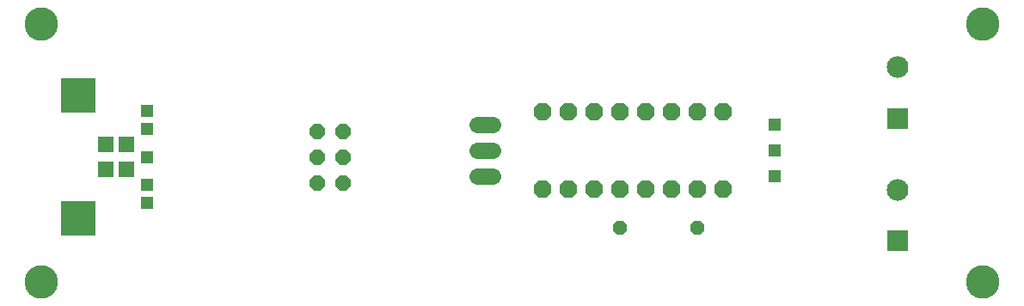
<source format=gbs>
G75*
G70*
%OFA0B0*%
%FSLAX24Y24*%
%IPPOS*%
%LPD*%
%AMOC8*
5,1,8,0,0,1.08239X$1,22.5*
%
%ADD10C,0.1300*%
%ADD11R,0.1346X0.1346*%
%ADD12R,0.0602X0.0602*%
%ADD13R,0.0516X0.0516*%
%ADD14OC8,0.0670*%
%ADD15OC8,0.0560*%
%ADD16C,0.0640*%
%ADD17OC8,0.0600*%
%ADD18R,0.0840X0.0840*%
%ADD19C,0.0840*%
D10*
X002631Y001431D03*
X002631Y011431D03*
X039131Y011431D03*
X039131Y001431D03*
D11*
X004081Y003911D03*
X004081Y008651D03*
D12*
X005148Y006774D03*
X005935Y006774D03*
X005935Y005789D03*
X005148Y005789D03*
D13*
X006723Y006281D03*
X006723Y005199D03*
X006723Y004510D03*
X006723Y007364D03*
X006723Y008053D03*
X031081Y007531D03*
X031081Y006531D03*
X031081Y005531D03*
D14*
X029081Y005031D03*
X028081Y005031D03*
X027081Y005031D03*
X026081Y005031D03*
X025081Y005031D03*
X024081Y005031D03*
X023081Y005031D03*
X022081Y005031D03*
X022081Y008031D03*
X023081Y008031D03*
X024081Y008031D03*
X025081Y008031D03*
X026081Y008031D03*
X027081Y008031D03*
X028081Y008031D03*
X029081Y008031D03*
D15*
X028081Y003531D03*
X025081Y003531D03*
D16*
X020131Y005531D02*
X019531Y005531D01*
X019531Y006531D02*
X020131Y006531D01*
X020131Y007531D02*
X019531Y007531D01*
D17*
X014331Y007281D03*
X013331Y007281D03*
X013331Y006281D03*
X014331Y006281D03*
X014331Y005281D03*
X013331Y005281D03*
D18*
X035831Y003031D03*
X035831Y007781D03*
D19*
X035831Y009750D03*
X035831Y005000D03*
M02*

</source>
